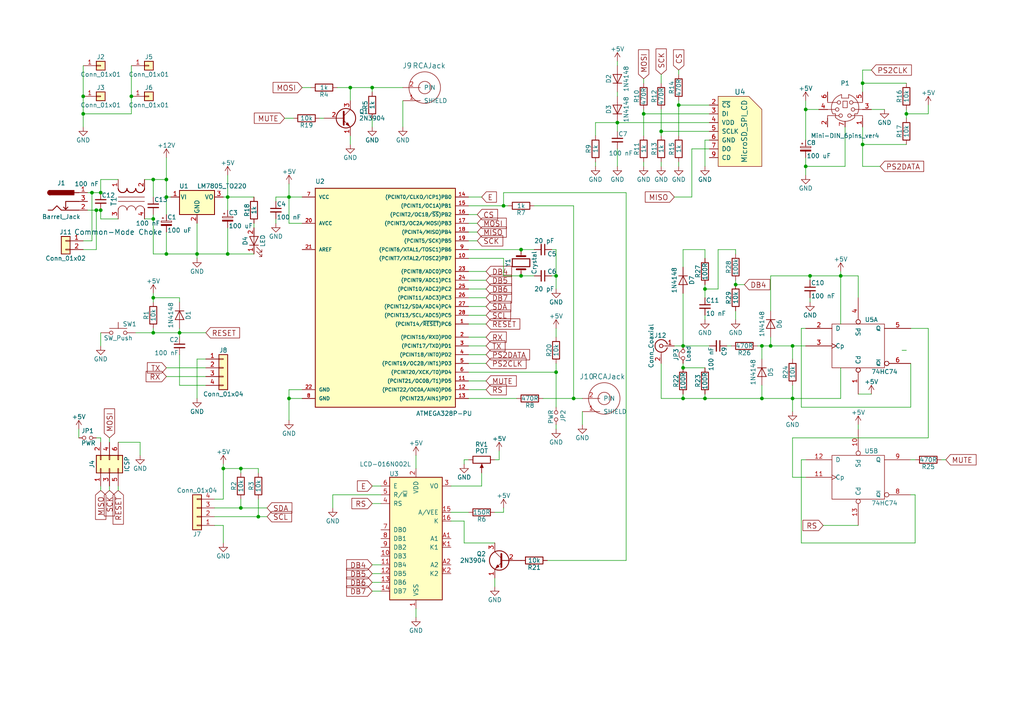
<source format=kicad_sch>
(kicad_sch (version 20211123) (generator eeschema)
  (paper "A4")
  (junction (at 179.07 35.56))
  (junction (at 66.04 73.66))
  (junction (at 186.69 33.02))
  (junction (at 83.82 57.15))
  (junction (at 198.12 100.33))
  (junction (at 52.07 96.52))
  (junction (at 229.87 100.33))
  (junction (at 107.95 25.4))
  (junction (at 29.21 60.96))
  (junction (at 220.98 115.57))
  (junction (at 233.68 31.75))
  (junction (at 223.52 100.33))
  (junction (at 204.47 115.57))
  (junction (at 250.19 41.91))
  (junction (at 161.29 107.95))
  (junction (at 166.37 115.57))
  (junction (at 191.77 38.1))
  (junction (at 29.21 55.88))
  (junction (at 48.26 52.07))
  (junction (at 146.05 59.69))
  (junction (at 38.1 27.94))
  (junction (at 233.68 48.26))
  (junction (at 74.93 149.86))
  (junction (at 220.98 100.33))
  (junction (at 24.13 33.02))
  (junction (at 64.77 135.89))
  (junction (at 161.29 80.01))
  (junction (at 198.12 115.57))
  (junction (at 234.95 80.01))
  (junction (at 101.6 25.4))
  (junction (at 24.13 27.94))
  (junction (at 204.47 83.82))
  (junction (at 151.13 80.01))
  (junction (at 151.13 72.39))
  (junction (at 66.04 57.15))
  (junction (at 196.85 30.48))
  (junction (at 48.26 57.15))
  (junction (at 243.84 80.01))
  (junction (at 69.85 147.32))
  (junction (at 250.19 24.13))
  (junction (at 57.15 73.66))
  (junction (at 48.26 73.66))
  (junction (at 83.82 115.57))
  (junction (at 44.45 86.36))
  (junction (at 44.45 96.52))
  (junction (at 27.94 60.96))
  (junction (at 44.45 63.5))
  (junction (at 229.87 115.57))
  (junction (at 69.85 135.89))
  (junction (at 213.36 82.55))
  (junction (at 26.67 55.88))
  (junction (at 262.89 33.02))
  (junction (at 44.45 52.07))
  (junction (at 198.12 106.68))
  (wire (pts (xy 74.93 149.86) (xy 77.47 149.86)))
  (wire (pts (xy 146.05 74.93) (xy 146.05 80.01)))
  (wire (pts (xy 48.26 52.07) (xy 48.26 57.15)))
  (wire (pts (xy 29.21 55.88) (xy 29.21 52.07)))
  (wire (pts (xy 223.52 80.01) (xy 223.52 90.17)))
  (wire (pts (xy 149.86 115.57) (xy 135.89 115.57)))
  (wire (pts (xy 229.87 115.57) (xy 243.84 115.57)))
  (wire (pts (xy 34.29 142.24) (xy 34.29 140.97)))
  (wire (pts (xy 120.65 179.07) (xy 120.65 176.53)))
  (wire (pts (xy 186.69 33.02) (xy 186.69 39.37)))
  (wire (pts (xy 204.47 83.82) (xy 204.47 86.36)))
  (wire (pts (xy 269.24 127) (xy 229.87 127)))
  (wire (pts (xy 146.05 148.59) (xy 143.51 148.59)))
  (wire (pts (xy 161.29 105.41) (xy 161.29 107.95)))
  (wire (pts (xy 48.26 57.15) (xy 48.26 62.23)))
  (wire (pts (xy 135.89 148.59) (xy 130.81 148.59)))
  (wire (pts (xy 64.77 135.89) (xy 69.85 135.89)))
  (wire (pts (xy 143.51 170.18) (xy 143.51 167.64)))
  (wire (pts (xy 166.37 115.57) (xy 168.91 115.57)))
  (wire (pts (xy 44.45 62.23) (xy 44.45 63.5)))
  (wire (pts (xy 44.45 52.07) (xy 48.26 52.07)))
  (wire (pts (xy 83.82 113.03) (xy 83.82 115.57)))
  (wire (pts (xy 138.43 69.85) (xy 135.89 69.85)))
  (wire (pts (xy 64.77 135.89) (xy 64.77 144.78)))
  (wire (pts (xy 110.49 163.83) (xy 107.95 163.83)))
  (wire (pts (xy 264.16 118.11) (xy 264.16 105.41)))
  (wire (pts (xy 265.43 133.35) (xy 264.16 133.35)))
  (wire (pts (xy 25.4 60.96) (xy 27.94 60.96)))
  (wire (pts (xy 52.07 95.25) (xy 52.07 96.52)))
  (wire (pts (xy 31.75 127) (xy 31.75 128.27)))
  (wire (pts (xy 83.82 57.15) (xy 87.63 57.15)))
  (wire (pts (xy 262.89 24.13) (xy 250.19 24.13)))
  (wire (pts (xy 29.21 96.52) (xy 29.21 100.33)))
  (wire (pts (xy 107.95 25.4) (xy 116.84 25.4)))
  (wire (pts (xy 243.84 80.01) (xy 248.92 80.01)))
  (wire (pts (xy 44.45 86.36) (xy 44.45 87.63)))
  (wire (pts (xy 44.45 57.15) (xy 44.45 52.07)))
  (wire (pts (xy 135.89 59.69) (xy 146.05 59.69)))
  (wire (pts (xy 198.12 77.47) (xy 198.12 72.39)))
  (wire (pts (xy 69.85 144.78) (xy 69.85 147.32)))
  (wire (pts (xy 90.17 25.4) (xy 87.63 25.4)))
  (wire (pts (xy 250.19 36.83) (xy 250.19 41.91)))
  (wire (pts (xy 44.45 86.36) (xy 52.07 86.36)))
  (wire (pts (xy 62.23 147.32) (xy 69.85 147.32)))
  (wire (pts (xy 26.67 55.88) (xy 29.21 55.88)))
  (wire (pts (xy 140.97 110.49) (xy 135.89 110.49)))
  (wire (pts (xy 83.82 57.15) (xy 83.82 64.77)))
  (wire (pts (xy 27.94 60.96) (xy 27.94 72.39)))
  (wire (pts (xy 232.41 133.35) (xy 233.68 133.35)))
  (wire (pts (xy 64.77 134.62) (xy 64.77 135.89)))
  (wire (pts (xy 44.45 73.66) (xy 48.26 73.66)))
  (wire (pts (xy 29.21 127) (xy 27.94 127)))
  (wire (pts (xy 66.04 50.8) (xy 66.04 57.15)))
  (wire (pts (xy 140.97 91.44) (xy 135.89 91.44)))
  (wire (pts (xy 24.13 27.94) (xy 24.13 33.02)))
  (wire (pts (xy 220.98 115.57) (xy 229.87 115.57)))
  (wire (pts (xy 204.47 106.68) (xy 198.12 106.68)))
  (wire (pts (xy 52.07 96.52) (xy 52.07 97.79)))
  (wire (pts (xy 223.52 100.33) (xy 223.52 97.79)))
  (wire (pts (xy 172.72 35.56) (xy 179.07 35.56)))
  (wire (pts (xy 181.61 55.88) (xy 181.61 162.56)))
  (wire (pts (xy 29.21 142.24) (xy 29.21 140.97)))
  (wire (pts (xy 130.81 151.13) (xy 134.62 151.13)))
  (wire (pts (xy 146.05 147.32) (xy 146.05 148.59)))
  (wire (pts (xy 146.05 55.88) (xy 181.61 55.88)))
  (wire (pts (xy 172.72 48.26) (xy 172.72 46.99)))
  (wire (pts (xy 135.89 74.93) (xy 146.05 74.93)))
  (wire (pts (xy 40.64 128.27) (xy 40.64 132.08)))
  (wire (pts (xy 161.29 107.95) (xy 161.29 118.11)))
  (wire (pts (xy 161.29 80.01) (xy 161.29 83.82)))
  (wire (pts (xy 87.63 115.57) (xy 83.82 115.57)))
  (wire (pts (xy 139.7 137.16) (xy 139.7 140.97)))
  (wire (pts (xy 151.13 72.39) (xy 154.94 72.39)))
  (wire (pts (xy 74.93 135.89) (xy 74.93 137.16)))
  (wire (pts (xy 200.66 57.15) (xy 195.58 57.15)))
  (wire (pts (xy 157.48 115.57) (xy 166.37 115.57)))
  (wire (pts (xy 57.15 115.57) (xy 57.15 104.14)))
  (wire (pts (xy 38.1 27.94) (xy 38.1 33.02)))
  (wire (pts (xy 40.64 128.27) (xy 34.29 128.27)))
  (wire (pts (xy 262.89 41.91) (xy 250.19 41.91)))
  (wire (pts (xy 66.04 73.66) (xy 66.04 66.04)))
  (wire (pts (xy 64.77 57.15) (xy 66.04 57.15)))
  (wire (pts (xy 204.47 115.57) (xy 204.47 114.3)))
  (wire (pts (xy 256.54 31.75) (xy 252.73 31.75)))
  (wire (pts (xy 181.61 162.56) (xy 158.75 162.56)))
  (wire (pts (xy 161.29 124.46) (xy 161.29 123.19)))
  (wire (pts (xy 101.6 25.4) (xy 107.95 25.4)))
  (wire (pts (xy 204.47 92.71) (xy 204.47 91.44)))
  (wire (pts (xy 134.62 134.62) (xy 134.62 133.35)))
  (wire (pts (xy 146.05 59.69) (xy 147.32 59.69)))
  (wire (pts (xy 38.1 19.05) (xy 38.1 27.94)))
  (wire (pts (xy 168.91 123.19) (xy 168.91 119.38)))
  (wire (pts (xy 229.87 138.43) (xy 233.68 138.43)))
  (wire (pts (xy 26.67 55.88) (xy 26.67 69.85)))
  (wire (pts (xy 38.1 33.02) (xy 24.13 33.02)))
  (wire (pts (xy 265.43 143.51) (xy 264.16 143.51)))
  (wire (pts (xy 66.04 57.15) (xy 73.66 57.15)))
  (wire (pts (xy 223.52 100.33) (xy 229.87 100.33)))
  (wire (pts (xy 29.21 52.07) (xy 34.29 52.07)))
  (wire (pts (xy 265.43 143.51) (xy 265.43 157.48)))
  (wire (pts (xy 83.82 64.77) (xy 87.63 64.77)))
  (wire (pts (xy 139.7 57.15) (xy 135.89 57.15)))
  (wire (pts (xy 80.01 64.77) (xy 80.01 63.5)))
  (wire (pts (xy 161.29 80.01) (xy 160.02 80.01)))
  (wire (pts (xy 154.94 59.69) (xy 166.37 59.69)))
  (wire (pts (xy 120.65 132.08) (xy 120.65 135.89)))
  (wire (pts (xy 248.92 80.01) (xy 248.92 86.36)))
  (wire (pts (xy 179.07 35.56) (xy 205.74 35.56)))
  (wire (pts (xy 166.37 59.69) (xy 166.37 115.57)))
  (wire (pts (xy 134.62 133.35) (xy 135.89 133.35)))
  (wire (pts (xy 83.82 113.03) (xy 87.63 113.03)))
  (wire (pts (xy 245.11 36.83) (xy 245.11 48.26)))
  (wire (pts (xy 29.21 60.96) (xy 29.21 63.5)))
  (wire (pts (xy 144.78 133.35) (xy 143.51 133.35)))
  (wire (pts (xy 172.72 39.37) (xy 172.72 35.56)))
  (wire (pts (xy 198.12 100.33) (xy 205.74 100.33)))
  (wire (pts (xy 27.94 60.96) (xy 29.21 60.96)))
  (wire (pts (xy 232.41 95.25) (xy 233.68 95.25)))
  (wire (pts (xy 233.68 50.8) (xy 233.68 48.26)))
  (wire (pts (xy 179.07 27.94) (xy 179.07 26.67)))
  (wire (pts (xy 232.41 118.11) (xy 232.41 95.25)))
  (wire (pts (xy 208.28 83.82) (xy 208.28 72.39)))
  (wire (pts (xy 69.85 135.89) (xy 74.93 135.89)))
  (wire (pts (xy 198.12 115.57) (xy 204.47 115.57)))
  (wire (pts (xy 135.89 83.82) (xy 140.97 83.82)))
  (wire (pts (xy 179.07 48.26) (xy 179.07 43.18)))
  (wire (pts (xy 198.12 114.3) (xy 198.12 115.57)))
  (wire (pts (xy 274.32 133.35) (xy 273.05 133.35)))
  (wire (pts (xy 140.97 88.9) (xy 135.89 88.9)))
  (wire (pts (xy 52.07 111.76) (xy 59.69 111.76)))
  (wire (pts (xy 212.09 100.33) (xy 210.82 100.33)))
  (wire (pts (xy 139.7 140.97) (xy 130.81 140.97)))
  (wire (pts (xy 179.07 35.56) (xy 179.07 38.1)))
  (wire (pts (xy 196.85 29.21) (xy 196.85 30.48)))
  (wire (pts (xy 52.07 102.87) (xy 52.07 111.76)))
  (wire (pts (xy 107.95 36.83) (xy 107.95 34.29)))
  (wire (pts (xy 213.36 92.71) (xy 213.36 90.17)))
  (wire (pts (xy 250.19 48.26) (xy 255.27 48.26)))
  (wire (pts (xy 229.87 100.33) (xy 233.68 100.33)))
  (wire (pts (xy 62.23 149.86) (xy 74.93 149.86)))
  (wire (pts (xy 269.24 33.02) (xy 262.89 33.02)))
  (wire (pts (xy 195.58 100.33) (xy 198.12 100.33)))
  (wire (pts (xy 48.26 109.22) (xy 59.69 109.22)))
  (wire (pts (xy 52.07 86.36) (xy 52.07 87.63)))
  (wire (pts (xy 135.89 113.03) (xy 140.97 113.03)))
  (wire (pts (xy 24.13 19.05) (xy 24.13 27.94)))
  (wire (pts (xy 64.77 144.78) (xy 62.23 144.78)))
  (wire (pts (xy 64.77 157.48) (xy 64.77 152.4)))
  (wire (pts (xy 269.24 30.48) (xy 269.24 33.02)))
  (wire (pts (xy 69.85 137.16) (xy 69.85 135.89)))
  (wire (pts (xy 66.04 73.66) (xy 73.66 73.66)))
  (wire (pts (xy 101.6 29.21) (xy 101.6 25.4)))
  (wire (pts (xy 243.84 80.01) (xy 243.84 93.98)))
  (wire (pts (xy 110.49 146.05) (xy 107.95 146.05)))
  (wire (pts (xy 234.95 87.63) (xy 234.95 86.36)))
  (wire (pts (xy 186.69 48.26) (xy 186.69 46.99)))
  (wire (pts (xy 138.43 62.23) (xy 135.89 62.23)))
  (wire (pts (xy 52.07 96.52) (xy 59.69 96.52)))
  (wire (pts (xy 204.47 40.64) (xy 205.74 40.64)))
  (wire (pts (xy 134.62 157.48) (xy 143.51 157.48)))
  (wire (pts (xy 229.87 111.76) (xy 229.87 115.57)))
  (wire (pts (xy 219.71 100.33) (xy 220.98 100.33)))
  (wire (pts (xy 80.01 58.42) (xy 80.01 57.15)))
  (wire (pts (xy 140.97 100.33) (xy 135.89 100.33)))
  (wire (pts (xy 264.16 95.25) (xy 269.24 95.25)))
  (wire (pts (xy 27.94 72.39) (xy 24.13 72.39)))
  (wire (pts (xy 44.45 63.5) (xy 41.91 63.5)))
  (wire (pts (xy 83.82 53.34) (xy 83.82 57.15)))
  (wire (pts (xy 83.82 115.57) (xy 83.82 121.92)))
  (wire (pts (xy 213.36 72.39) (xy 213.36 73.66)))
  (wire (pts (xy 205.74 30.48) (xy 196.85 30.48)))
  (wire (pts (xy 107.95 140.97) (xy 110.49 140.97)))
  (wire (pts (xy 232.41 157.48) (xy 232.41 133.35)))
  (wire (pts (xy 262.89 33.02) (xy 262.89 34.29)))
  (wire (pts (xy 191.77 115.57) (xy 191.77 105.41)))
  (wire (pts (xy 252.73 20.32) (xy 250.19 20.32)))
  (wire (pts (xy 215.9 82.55) (xy 213.36 82.55)))
  (wire (pts (xy 261.62 101.6) (xy 262.89 101.6)))
  (wire (pts (xy 186.69 22.86) (xy 186.69 24.13)))
  (wire (pts (xy 110.49 168.91) (xy 107.95 168.91)))
  (wire (pts (xy 198.12 106.68) (xy 198.12 105.41)))
  (wire (pts (xy 191.77 38.1) (xy 191.77 39.37)))
  (wire (pts (xy 41.91 52.07) (xy 44.45 52.07)))
  (wire (pts (xy 140.97 86.36) (xy 135.89 86.36)))
  (wire (pts (xy 233.68 31.75) (xy 237.49 31.75)))
  (wire (pts (xy 243.84 115.57) (xy 243.84 106.68)))
  (wire (pts (xy 220.98 100.33) (xy 223.52 100.33)))
  (wire (pts (xy 97.79 25.4) (xy 101.6 25.4)))
  (wire (pts (xy 252.73 114.3) (xy 248.92 114.3)))
  (wire (pts (xy 223.52 80.01) (xy 234.95 80.01)))
  (wire (pts (xy 229.87 127) (xy 229.87 138.43)))
  (wire (pts (xy 204.47 48.26) (xy 204.47 40.64)))
  (wire (pts (xy 250.19 41.91) (xy 250.19 48.26)))
  (wire (pts (xy 85.09 34.29) (xy 82.55 34.29)))
  (wire (pts (xy 232.41 118.11) (xy 264.16 118.11)))
  (wire (pts (xy 200.66 43.18) (xy 200.66 57.15)))
  (wire (pts (xy 96.52 147.32) (xy 96.52 143.51)))
  (wire (pts (xy 44.45 96.52) (xy 52.07 96.52)))
  (wire (pts (xy 191.77 48.26) (xy 191.77 46.99)))
  (wire (pts (xy 146.05 80.01) (xy 151.13 80.01)))
  (wire (pts (xy 80.01 57.15) (xy 83.82 57.15)))
  (wire (pts (xy 179.07 17.78) (xy 179.07 19.05)))
  (wire (pts (xy 161.29 72.39) (xy 161.29 80.01)))
  (wire (pts (xy 233.68 48.26) (xy 233.68 45.72)))
  (wire (pts (xy 73.66 66.04) (xy 73.66 64.77)))
  (wire (pts (xy 233.68 31.75) (xy 233.68 40.64)))
  (wire (pts (xy 196.85 48.26) (xy 196.85 46.99)))
  (wire (pts (xy 74.93 144.78) (xy 74.93 149.86)))
  (wire (pts (xy 205.74 33.02) (xy 186.69 33.02)))
  (wire (pts (xy 245.11 48.26) (xy 233.68 48.26)))
  (wire (pts (xy 101.6 41.91) (xy 101.6 39.37)))
  (wire (pts (xy 144.78 130.81) (xy 144.78 133.35)))
  (wire (pts (xy 234.95 80.01) (xy 243.84 80.01)))
  (wire (pts (xy 213.36 82.55) (xy 213.36 81.28)))
  (wire (pts (xy 66.04 57.15) (xy 66.04 60.96)))
  (wire (pts (xy 248.92 123.19) (xy 248.92 124.46)))
  (wire (pts (xy 265.43 157.48) (xy 232.41 157.48)))
  (wire (pts (xy 191.77 31.75) (xy 191.77 38.1)))
  (wire (pts (xy 204.47 82.55) (xy 204.47 83.82)))
  (wire (pts (xy 229.87 100.33) (xy 229.87 104.14)))
  (wire (pts (xy 57.15 64.77) (xy 57.15 73.66)))
  (wire (pts (xy 140.97 105.41) (xy 135.89 105.41)))
  (wire (pts (xy 44.45 95.25) (xy 44.45 96.52)))
  (wire (pts (xy 208.28 72.39) (xy 213.36 72.39)))
  (wire (pts (xy 64.77 152.4) (xy 62.23 152.4)))
  (wire (pts (xy 140.97 93.98) (xy 135.89 93.98)))
  (wire (pts (xy 48.26 67.31) (xy 48.26 73.66)))
  (wire (pts (xy 196.85 30.48) (xy 196.85 39.37)))
  (wire (pts (xy 234.95 80.01) (xy 234.95 81.28)))
  (wire (pts (xy 24.13 33.02) (xy 24.13 36.83)))
  (wire (pts (xy 198.12 85.09) (xy 198.12 100.33)))
  (wire (pts (xy 191.77 115.57) (xy 198.12 115.57)))
  (wire (pts (xy 31.75 142.24) (xy 31.75 140.97)))
  (wire (pts (xy 96.52 143.51) (xy 110.49 143.51)))
  (wire (pts (xy 186.69 31.75) (xy 186.69 33.02)))
  (wire (pts (xy 25.4 55.88) (xy 26.67 55.88)))
  (wire (pts (xy 250.19 24.13) (xy 250.19 26.67)))
  (wire (pts (xy 161.29 107.95) (xy 135.89 107.95)))
  (wire (pts (xy 140.97 81.28) (xy 135.89 81.28)))
  (wire (pts (xy 160.02 72.39) (xy 161.29 72.39)))
  (wire (pts (xy 151.13 80.01) (xy 154.94 80.01)))
  (wire (pts (xy 198.12 72.39) (xy 204.47 72.39)))
  (wire (pts (xy 69.85 147.32) (xy 77.47 147.32)))
  (wire (pts (xy 191.77 24.13) (xy 191.77 21.59)))
  (wire (pts (xy 134.62 151.13) (xy 134.62 157.48)))
  (wire (pts (xy 220.98 115.57) (xy 220.98 111.76)))
  (wire (pts (xy 229.87 115.57) (xy 229.87 119.38)))
  (wire (pts (xy 161.29 95.25) (xy 161.29 97.79)))
  (wire (pts (xy 22.86 124.46) (xy 22.86 127)))
  (wire (pts (xy 57.15 104.14) (xy 59.69 104.14)))
  (wire (pts (xy 233.68 29.21) (xy 233.68 31.75)))
  (wire (pts (xy 110.49 171.45) (xy 107.95 171.45)))
  (wire (pts (xy 48.26 106.68) (xy 59.69 106.68)))
  (wire (pts (xy 204.47 115.57) (xy 220.98 115.57)))
  (wire (pts (xy 48.26 45.72) (xy 48.26 52.07)))
  (wire (pts (xy 44.45 63.5) (xy 44.45 73.66)))
  (wire (pts (xy 146.05 59.69) (xy 146.05 55.88)))
  (wire (pts (xy 116.84 36.83) (xy 116.84 29.21)))
  (wire (pts (xy 48.26 57.15) (xy 49.53 57.15)))
  (wire (pts (xy 26.67 69.85) (xy 24.13 69.85)))
  (wire (pts (xy 243.84 78.74) (xy 243.84 80.01)))
  (wire (pts (xy 205.74 43.18) (xy 200.66 43.18)))
  (wire (pts (xy 196.85 21.59) (xy 196.85 20.32)))
  (wire (pts (xy 191.77 38.1) (xy 205.74 38.1)))
  (wire (pts (xy 57.15 73.66) (xy 66.04 73.66)))
  (wire (pts (xy 107.95 25.4) (xy 107.95 26.67)))
  (wire (pts (xy 135.89 72.39) (xy 151.13 72.39)))
  (wire (pts (xy 140.97 102.87) (xy 135.89 102.87)))
  (wire (pts (xy 138.43 67.31) (xy 135.89 67.31)))
  (wire (pts (xy 39.37 96.52) (xy 44.45 96.52)))
  (wire (pts (xy 29.21 63.5) (xy 34.29 63.5)))
  (wire (pts (xy 44.45 85.09) (xy 44.45 86.36)))
  (wire (pts (xy 110.49 166.37) (xy 107.95 166.37)))
  (wire (pts (xy 250.19 20.32) (xy 250.19 24.13)))
  (wire (pts (xy 204.47 72.39) (xy 204.47 74.93)))
  (wire (pts (xy 140.97 78.74) (xy 135.89 78.74)))
  (wire (pts (xy 93.98 34.29) (xy 92.71 34.29)))
  (wire (pts (xy 57.15 73.66) (xy 57.15 74.93)))
  (wire (pts (xy 135.89 97.79) (xy 140.97 97.79)))
  (wire (pts (xy 220.98 100.33) (xy 220.98 104.14)))
  (wire (pts (xy 29.21 127) (xy 29.21 128.27)))
  (wire (pts (xy 262.89 31.75) (xy 262.89 33.02)))
  (wire (pts (xy 269.24 95.25) (xy 269.24 127)))
  (wire (pts (xy 138.43 64.77) (xy 135.89 64.77)))
  (wire (pts (xy 204.47 83.82) (xy 208.28 83.82)))
  (wire (pts (xy 238.76 152.4) (xy 248.92 152.4)))
  (wire (pts (xy 48.26 73.66) (xy 57.15 73.66)))
  (global_label "CS" (shape input) (at 196.85 20.32 90) (effects (font (size 1.524 1.524))) (property "Intersheet References" "${INTERSHEET_REFS}" (effects hide)))
  (global_label "SCK" (shape input) (at 191.77 21.59 90) (effects (font (size 1.524 1.524))) (property "Intersheet References" "${INTERSHEET_REFS}" (effects hide)))
  (global_label "DB4" (shape input) (at 140.97 78.74 0) (effects (font (size 1.524 1.524))) (property "Intersheet References" "${INTERSHEET_REFS}" (effects hide)))
  (global_label "MOSI" (shape input) (at 138.43 64.77 0) (effects (font (size 1.524 1.524))) (property "Intersheet References" "${INTERSHEET_REFS}" (effects hide)))
  (global_label "TX" (shape input) (at 140.97 100.33 0) (effects (font (size 1.524 1.524))) (property "Intersheet References" "${INTERSHEET_REFS}" (effects hide)))
  (global_label "DB7" (shape input) (at 140.97 86.36 0) (effects (font (size 1.524 1.524))) (property "Intersheet References" "${INTERSHEET_REFS}" (effects hide)))
  (global_label "TX" (shape input) (at 48.26 106.68 180) (effects (font (size 1.524 1.524))) (property "Intersheet References" "${INTERSHEET_REFS}" (effects hide)))
  (global_label "SCL" (shape input) (at 140.97 91.44 0) (effects (font (size 1.524 1.524))) (property "Intersheet References" "${INTERSHEET_REFS}" (effects hide)))
  (global_label "PS2CLK" (shape input) (at 252.73 20.32 0) (effects (font (size 1.524 1.524))) (property "Intersheet References" "${INTERSHEET_REFS}" (effects hide)))
  (global_label "E" (shape input) (at 107.95 140.97 180) (effects (font (size 1.524 1.524))) (property "Intersheet References" "${INTERSHEET_REFS}" (effects hide)))
  (global_label "PS2DATA" (shape input) (at 255.27 48.26 0) (effects (font (size 1.524 1.524))) (property "Intersheet References" "${INTERSHEET_REFS}" (effects hide)))
  (global_label "MUTE" (shape input) (at 82.55 34.29 180) (effects (font (size 1.524 1.524))) (property "Intersheet References" "${INTERSHEET_REFS}" (effects hide)))
  (global_label "RESET" (shape input) (at 34.29 142.24 270) (effects (font (size 1.524 1.524))) (property "Intersheet References" "${INTERSHEET_REFS}" (effects hide)))
  (global_label "DB5" (shape input) (at 107.95 166.37 180) (effects (font (size 1.524 1.524))) (property "Intersheet References" "${INTERSHEET_REFS}" (effects hide)))
  (global_label "RX" (shape input) (at 48.26 109.22 180) (effects (font (size 1.524 1.524))) (property "Intersheet References" "${INTERSHEET_REFS}" (effects hide)))
  (global_label "DB6" (shape input) (at 140.97 83.82 0) (effects (font (size 1.524 1.524))) (property "Intersheet References" "${INTERSHEET_REFS}" (effects hide)))
  (global_label "MISO" (shape input) (at 138.43 67.31 0) (effects (font (size 1.524 1.524))) (property "Intersheet References" "${INTERSHEET_REFS}" (effects hide)))
  (global_label "SDA" (shape input) (at 140.97 88.9 0) (effects (font (size 1.524 1.524))) (property "Intersheet References" "${INTERSHEET_REFS}" (effects hide)))
  (global_label "MOSI" (shape input) (at 186.69 22.86 90) (effects (font (size 1.524 1.524))) (property "Intersheet References" "${INTERSHEET_REFS}" (effects hide)))
  (global_label "MISO" (shape input) (at 195.58 57.15 180) (effects (font (size 1.524 1.524))) (property "Intersheet References" "${INTERSHEET_REFS}" (effects hide)))
  (global_label "RX" (shape input) (at 140.97 97.79 0) (effects (font (size 1.524 1.524))) (property "Intersheet References" "${INTERSHEET_REFS}" (effects hide)))
  (global_label "RESET" (shape input) (at 59.69 96.52 0) (effects (font (size 1.524 1.524))) (property "Intersheet References" "${INTERSHEET_REFS}" (effects hide)))
  (global_label "RS" (shape input) (at 238.76 152.4 180) (effects (font (size 1.524 1.524))) (property "Intersheet References" "${INTERSHEET_REFS}" (effects hide)))
  (global_label "SDA" (shape input) (at 77.47 147.32 0) (effects (font (size 1.524 1.524))) (property "Intersheet References" "${INTERSHEET_REFS}" (effects hide)))
  (global_label "RESET" (shape input) (at 140.97 93.98 0) (effects (font (size 1.524 1.524))) (property "Intersheet References" "${INTERSHEET_REFS}" (effects hide)))
  (global_label "MISO" (shape input) (at 29.21 142.24 270) (effects (font (size 1.524 1.524))) (property "Intersheet References" "${INTERSHEET_REFS}" (effects hide)))
  (global_label "RS" (shape input) (at 107.95 146.05 180) (effects (font (size 1.524 1.524))) (property "Intersheet References" "${INTERSHEET_REFS}" (effects hide)))
  (global_label "PS2DATA" (shape input) (at 140.97 102.87 0) (effects (font (size 1.524 1.524))) (property "Intersheet References" "${INTERSHEET_REFS}" (effects hide)))
  (global_label "SCK" (shape input) (at 31.75 142.24 270) (effects (font (size 1.524 1.524))) (property "Intersheet References" "${INTERSHEET_REFS}" (effects hide)))
  (global_label "E" (shape input) (at 139.7 57.15 0) (effects (font (size 1.524 1.524))) (property "Intersheet References" "${INTERSHEET_REFS}" (effects hide)))
  (global_label "SCK" (shape input) (at 138.43 69.85 0) (effects (font (size 1.524 1.524))) (property "Intersheet References" "${INTERSHEET_REFS}" (effects hide)))
  (global_label "MUTE" (shape input) (at 140.97 110.49 0) (effects (font (size 1.524 1.524))) (property "Intersheet References" "${INTERSHEET_REFS}" (effects hide)))
  (global_label "MUTE" (shape input) (at 274.32 133.35 0) (effects (font (size 1.524 1.524))) (property "Intersheet References" "${INTERSHEET_REFS}" (effects hide)))
  (global_label "DB4" (shape input) (at 107.95 163.83 180) (effects (font (size 1.524 1.524))) (property "Intersheet References" "${INTERSHEET_REFS}" (effects hide)))
  (global_label "SCL" (shape input) (at 77.47 149.86 0) (effects (font (size 1.524 1.524))) (property "Intersheet References" "${INTERSHEET_REFS}" (effects hide)))
  (global_label "DB6" (shape input) (at 107.95 168.91 180) (effects (font (size 1.524 1.524))) (property "Intersheet References" "${INTERSHEET_REFS}" (effects hide)))
  (global_label "DB5" (shape input) (at 140.97 81.28 0) (effects (font (size 1.524 1.524))) (property "Intersheet References" "${INTERSHEET_REFS}" (effects hide)))
  (global_label "RS" (shape input) (at 140.97 113.03 0) (effects (font (size 1.524 1.524))) (property "Intersheet References" "${INTERSHEET_REFS}" (effects hide)))
  (global_label "DB7" (shape input) (at 107.95 171.45 180) (effects (font (size 1.524 1.524))) (property "Intersheet References" "${INTERSHEET_REFS}" (effects hide)))
  (global_label "MOSI" (shape input) (at 31.75 127 90) (effects (font (size 1.524 1.524))) (property "Intersheet References" "${INTERSHEET_REFS}" (effects hide)))
  (global_label "DB4" (shape input) (at 215.9 82.55 0) (effects (font (size 1.524 1.524))) (property "Intersheet References" "${INTERSHEET_REFS}" (effects hide)))
  (global_label "MOSI" (shape input) (at 87.63 25.4 180) (effects (font (size 1.524 1.524))) (property "Intersheet References" "${INTERSHEET_REFS}" (effects hide)))
  (global_label "CS" (shape input) (at 138.43 62.23 0) (effects (font (size 1.524 1.524))) (property "Intersheet References" "${INTERSHEET_REFS}" (effects hide)))
  (global_label "PS2CLK" (shape input) (at 140.97 105.41 0) (effects (font (size 1.524 1.524))) (property "Intersheet References" "${INTERSHEET_REFS}" (effects hide)))
  (symbol (lib_id "PortableTerminal-rescue:ATMEGA328P-PU") (at 110.49 85.09 0) (unit 1)
    (property "Reference" "U2" (at 91.44 53.34 0) (effects (justify left bottom)))
    (property "Value" "ATMEGA328P-PU" (at 120.65 120.65 0) (effects (justify left bottom)))
    (property "Footprint" "Housings_DIP:DIP-28_W7.62mm_Socket" (effects hide))
  )
  (symbol (lib_id "PortableTerminal-rescue:LM7805_TO220") (at 57.15 57.15 0) (unit 1)
    (property "Reference" "U1" (at 53.34 53.975 0))
    (property "Value" "LM7805_TO220" (at 57.15 53.975 0) (effects (justify left)))
    (property "Footprint" "TO_SOT_Packages_THT:TO-220-3_Vertical" (effects hide))
  )
  (symbol (lib_id "PortableTerminal-rescue:GND") (at 83.82 121.92 0) (unit 1)
    (property "Reference" "#PWR014" (effects hide))
    (property "Value" "GND" (at 83.82 125.73 0))
  )
  (symbol (lib_id "PortableTerminal-rescue:GND") (at 57.15 74.93 0) (unit 1)
    (property "Reference" "#PWR07" (effects hide))
    (property "Value" "GND" (at 57.15 78.74 0))
  )
  (symbol (lib_id "PortableTerminal-rescue:+5V") (at 66.04 50.8 0) (unit 1)
    (property "Reference" "#PWR011" (effects hide))
    (property "Value" "+5V" (at 66.04 47.244 0))
  )
  (symbol (lib_id "PortableTerminal-rescue:CP_Small") (at 66.04 63.5 0) (unit 1)
    (property "Reference" "C3" (at 66.294 61.722 0) (effects (justify left)))
    (property "Value" "100 uF" (at 66.294 65.532 0) (effects (justify left)))
    (property "Footprint" "Capacitors_THT:CP_Radial_D5.0mm_P2.50mm" (effects hide))
  )
  (symbol (lib_id "PortableTerminal-rescue:CP_Small") (at 48.26 64.77 0) (unit 1)
    (property "Reference" "C1" (at 48.514 62.992 0) (effects (justify left)))
    (property "Value" "100 uF" (at 48.514 66.802 0) (effects (justify left)))
    (property "Footprint" "Capacitors_THT:CP_Radial_D5.0mm_P2.50mm" (effects hide))
  )
  (symbol (lib_id "PortableTerminal-rescue:+12V") (at 48.26 45.72 0) (unit 1)
    (property "Reference" "#PWR06" (effects hide))
    (property "Value" "+12V" (at 48.26 42.164 0))
  )
  (symbol (lib_id "PortableTerminal-rescue:Barrel_Jack") (at 17.78 58.42 0) (unit 1)
    (property "Reference" "J1" (at 17.78 53.086 0))
    (property "Value" "Barrel_Jack" (at 17.78 62.865 0))
    (property "Footprint" "Connectors:BARREL_JACK" (effects hide))
  )
  (symbol (lib_id "PortableTerminal-rescue:+5V") (at 83.82 53.34 0) (unit 1)
    (property "Reference" "#PWR013" (effects hide))
    (property "Value" "+5V" (at 83.82 49.784 0))
  )
  (symbol (lib_id "PortableTerminal-rescue:C_Small") (at 80.01 60.96 0) (unit 1)
    (property "Reference" "C4" (at 80.264 59.182 0) (effects (justify left)))
    (property "Value" "100 nF" (at 80.264 62.992 0) (effects (justify left)))
    (property "Footprint" "Capacitors_THT:C_Disc_D5.0mm_W2.5mm_P2.50mm" (effects hide))
  )
  (symbol (lib_id "PortableTerminal-rescue:GND") (at 80.01 64.77 0) (unit 1)
    (property "Reference" "#PWR012" (effects hide))
    (property "Value" "GND" (at 80.01 68.58 0))
  )
  (symbol (lib_id "PortableTerminal-rescue:R") (at 151.13 59.69 270) (unit 1)
    (property "Reference" "R7" (at 151.13 61.722 90))
    (property "Value" "1k" (at 151.13 59.69 90))
    (property "Footprint" "Resistors_THT:R_Axial_DIN0207_L6.3mm_D2.5mm_P7.62mm_Horizontal" (effects hide))
  )
  (symbol (lib_id "PortableTerminal-rescue:R") (at 153.67 115.57 270) (unit 1)
    (property "Reference" "R8" (at 153.67 117.602 90))
    (property "Value" "470R" (at 153.67 115.57 90))
    (property "Footprint" "Resistors_THT:R_Axial_DIN0207_L6.3mm_D2.5mm_P7.62mm_Horizontal" (effects hide))
  )
  (symbol (lib_id "rcajack:RCAJack") (at 176.53 110.49 0) (mirror y) (unit 1)
    (property "Reference" "J10" (at 170.18 109.22 0) (effects (font (size 1.524 1.524))))
    (property "Value" "RCAJack" (at 176.53 109.22 0) (effects (font (size 1.524 1.524))))
    (property "Footprint" "PortableTerminal:RCAConnectorCommon" (effects hide))
  )
  (symbol (lib_id "PortableTerminal-rescue:GND") (at 168.91 123.19 0) (unit 1)
    (property "Reference" "#PWR028" (effects hide))
    (property "Value" "GND" (at 168.91 127 0))
  )
  (symbol (lib_id "PortableTerminal-rescue:R") (at 93.98 25.4 270) (unit 1)
    (property "Reference" "R4" (at 93.98 27.432 90))
    (property "Value" "1k" (at 93.98 25.4 90))
    (property "Footprint" "Resistors_THT:R_Axial_DIN0207_L6.3mm_D2.5mm_P7.62mm_Horizontal" (effects hide))
  )
  (symbol (lib_id "PortableTerminal-rescue:R") (at 107.95 30.48 180) (unit 1)
    (property "Reference" "R5" (at 105.918 30.48 90))
    (property "Value" "1k" (at 107.95 30.48 90))
    (property "Footprint" "Resistors_THT:R_Axial_DIN0207_L6.3mm_D2.5mm_P7.62mm_Horizontal" (effects hide))
  )
  (symbol (lib_id "PortableTerminal-rescue:GND") (at 107.95 36.83 0) (unit 1)
    (property "Reference" "#PWR017" (effects hide))
    (property "Value" "GND" (at 107.95 40.64 0))
  )
  (symbol (lib_id "rcajack:RCAJack") (at 124.46 20.32 0) (mirror y) (unit 1)
    (property "Reference" "J9" (at 118.11 19.05 0) (effects (font (size 1.524 1.524))))
    (property "Value" "RCAJack" (at 124.46 19.05 0) (effects (font (size 1.524 1.524))))
    (property "Footprint" "PortableTerminal:RCAConnectorCommon" (effects hide))
  )
  (symbol (lib_id "PortableTerminal-rescue:GND") (at 116.84 36.83 0) (unit 1)
    (property "Reference" "#PWR018" (effects hide))
    (property "Value" "GND" (at 116.84 40.64 0))
  )
  (symbol (lib_id "PortableTerminal-rescue:Crystal") (at 151.13 76.2 90) (unit 1)
    (property "Reference" "Y1" (at 147.32 76.2 0))
    (property "Value" "Crystal" (at 154.94 76.2 0))
    (property "Footprint" "Crystals:Crystal_HC49-U_Vertical" (effects hide))
  )
  (symbol (lib_id "PortableTerminal-rescue:C_Small") (at 157.48 80.01 270) (unit 1)
    (property "Reference" "C6" (at 158.75 78.74 90) (effects (justify left)))
    (property "Value" "20 pF" (at 154.94 83.82 90) (effects (justify left)))
    (property "Footprint" "Capacitors_THT:C_Disc_D5.0mm_W2.5mm_P5.00mm" (effects hide))
  )
  (symbol (lib_id "PortableTerminal-rescue:C_Small") (at 157.48 72.39 270) (unit 1)
    (property "Reference" "C5" (at 158.75 73.66 90) (effects (justify left)))
    (property "Value" "20 pF" (at 154.94 69.85 90) (effects (justify left)))
    (property "Footprint" "Capacitors_THT:C_Disc_D5.0mm_W2.5mm_P5.00mm" (effects hide))
  )
  (symbol (lib_id "PortableTerminal-rescue:GND") (at 161.29 83.82 0) (unit 1)
    (property "Reference" "#PWR025" (effects hide))
    (property "Value" "GND" (at 161.29 87.63 0))
  )
  (symbol (lib_id "PortableTerminal-rescue:Conn_01x04") (at 64.77 106.68 0) (unit 1)
    (property "Reference" "J8" (at 64.77 101.6 0))
    (property "Value" "Conn_01x04" (at 64.77 114.3 0))
    (property "Footprint" "Pin_Headers:Pin_Header_Straight_1x04_Pitch2.54mm" (effects hide))
  )
  (symbol (lib_id "PortableTerminal-rescue:GND") (at 57.15 115.57 0) (unit 1)
    (property "Reference" "#PWR08" (effects hide))
    (property "Value" "GND" (at 57.15 119.38 0))
  )
  (symbol (lib_id "PortableTerminal-rescue:D") (at 52.07 91.44 270) (unit 1)
    (property "Reference" "D1" (at 54.61 91.44 0))
    (property "Value" "1N4148" (at 49.53 91.44 0))
    (property "Footprint" "Diodes_THT:D_DO-35_SOD27_P7.62mm_Horizontal" (effects hide))
  )
  (symbol (lib_id "PortableTerminal-rescue:C_Small") (at 52.07 100.33 0) (mirror y) (unit 1)
    (property "Reference" "C2" (at 51.816 98.552 0) (effects (justify left)))
    (property "Value" "100 nF" (at 51.816 102.362 0) (effects (justify left)))
    (property "Footprint" "Capacitors_THT:C_Disc_D5.0mm_W2.5mm_P2.50mm" (effects hide))
  )
  (symbol (lib_id "PortableTerminal-rescue:R") (at 44.45 91.44 180) (unit 1)
    (property "Reference" "R1" (at 42.418 91.44 90))
    (property "Value" "10k" (at 44.45 91.44 90))
    (property "Footprint" "Resistors_THT:R_Axial_DIN0207_L6.3mm_D2.5mm_P7.62mm_Horizontal" (effects hide))
  )
  (symbol (lib_id "PortableTerminal-rescue:+5V") (at 44.45 85.09 0) (unit 1)
    (property "Reference" "#PWR05" (effects hide))
    (property "Value" "+5V" (at 44.45 81.534 0))
  )
  (symbol (lib_id "PortableTerminal-rescue:SW_Push") (at 34.29 96.52 0) (unit 1)
    (property "Reference" "SW1" (at 35.56 93.98 0) (effects (justify left)))
    (property "Value" "SW_Push" (at 34.29 98.044 0))
    (property "Footprint" "Buttons_Switches_THT:SW_PUSH_6mm" (effects hide))
  )
  (symbol (lib_id "PortableTerminal-rescue:GND") (at 29.21 100.33 0) (unit 1)
    (property "Reference" "#PWR03" (effects hide))
    (property "Value" "GND" (at 29.21 104.14 0))
  )
  (symbol (lib_id "PortableTerminal-rescue:Conn_02x03_Odd_Even") (at 31.75 135.89 90) (unit 1)
    (property "Reference" "J4" (at 26.67 134.62 0))
    (property "Value" "ICSP" (at 36.83 134.62 0))
    (property "Footprint" "Pin_Headers:Pin_Header_Straight_2x03_Pitch2.54mm" (effects hide))
  )
  (symbol (lib_id "PortableTerminal-rescue:GND") (at 40.64 132.08 0) (unit 1)
    (property "Reference" "#PWR04" (effects hide))
    (property "Value" "GND" (at 40.64 135.89 0))
  )
  (symbol (lib_id "PortableTerminal-rescue:+5V") (at 22.86 124.46 0) (unit 1)
    (property "Reference" "#PWR01" (effects hide))
    (property "Value" "+5V" (at 22.86 120.904 0))
  )
  (symbol (lib_id "PortableTerminal-rescue:Jumper_NO_Small") (at 25.4 127 0) (unit 1)
    (property "Reference" "JP1" (at 25.4 124.968 0))
    (property "Value" "PWR" (at 25.654 128.524 0))
    (property "Footprint" "Pin_Headers:Pin_Header_Straight_1x02_Pitch2.54mm" (effects hide))
  )
  (symbol (lib_id "microsd_spi_cd:MicroSD_SPI_CD") (at 214.63 38.1 0) (mirror y) (unit 1)
    (property "Reference" "U4" (at 214.63 26.67 0) (effects (font (size 1.524 1.524))))
    (property "Value" "MicroSD_SPI_CD" (at 215.9 38.1 90) (effects (font (size 1.524 1.524))))
    (property "Footprint" "PortableTerminal:GCT-MEM2055-00-190-01-A" (effects hide))
  )
  (symbol (lib_id "PortableTerminal-rescue:R") (at 172.72 43.18 180) (unit 1)
    (property "Reference" "R9" (at 170.688 43.18 90))
    (property "Value" "1k" (at 172.72 43.18 90))
    (property "Footprint" "Resistors_THT:R_Axial_DIN0207_L6.3mm_D2.5mm_P7.62mm_Horizontal" (effects hide))
  )
  (symbol (lib_id "PortableTerminal-rescue:D") (at 179.07 22.86 90) (unit 1)
    (property "Reference" "D2" (at 176.53 22.86 0))
    (property "Value" "1N4148" (at 181.61 22.86 0))
    (property "Footprint" "Diodes_THT:D_DO-35_SOD27_P7.62mm_Horizontal" (effects hide))
  )
  (symbol (lib_id "PortableTerminal-rescue:D") (at 179.07 31.75 90) (unit 1)
    (property "Reference" "D3" (at 176.53 31.75 0))
    (property "Value" "1N4148" (at 181.61 31.75 0))
    (property "Footprint" "Diodes_THT:D_DO-35_SOD27_P7.62mm_Horizontal" (effects hide))
  )
  (symbol (lib_id "PortableTerminal-rescue:C_Small") (at 179.07 40.64 0) (unit 1)
    (property "Reference" "C7" (at 179.324 38.862 0) (effects (justify left)))
    (property "Value" "100 nF" (at 176.53 44.45 0) (effects (justify left)))
    (property "Footprint" "Capacitors_THT:C_Disc_D5.0mm_W2.5mm_P2.50mm" (effects hide))
  )
  (symbol (lib_id "PortableTerminal-rescue:GND") (at 179.07 48.26 0) (unit 1)
    (property "Reference" "#PWR031" (effects hide))
    (property "Value" "GND" (at 179.07 52.07 0))
  )
  (symbol (lib_id "PortableTerminal-rescue:GND") (at 172.72 48.26 0) (unit 1)
    (property "Reference" "#PWR029" (effects hide))
    (property "Value" "GND" (at 172.72 52.07 0))
  )
  (symbol (lib_id "PortableTerminal-rescue:+5V") (at 179.07 17.78 0) (unit 1)
    (property "Reference" "#PWR030" (effects hide))
    (property "Value" "+5V" (at 179.07 14.224 0))
  )
  (symbol (lib_id "mini-din_6pins_ver4:Mini-DIN_6pins_ver4") (at 245.11 31.75 0) (unit 1)
    (property "Reference" "P1" (at 245.11 24.13 0))
    (property "Value" "Mini-DIN_6pins_ver4" (at 245.11 39.37 0))
    (property "Footprint" "PortableTerminal:Connector_Mini-DIN_Female_6Pin_2rows" (effects hide))
  )
  (symbol (lib_id "PortableTerminal-rescue:R") (at 262.89 38.1 180) (unit 1)
    (property "Reference" "R17" (at 260.858 38.1 90))
    (property "Value" "10k" (at 262.89 38.1 90))
    (property "Footprint" "Resistors_THT:R_Axial_DIN0207_L6.3mm_D2.5mm_P7.62mm_Horizontal" (effects hide))
  )
  (symbol (lib_id "PortableTerminal-rescue:R") (at 262.89 27.94 180) (unit 1)
    (property "Reference" "R16" (at 260.858 27.94 90))
    (property "Value" "10k" (at 262.89 27.94 90))
    (property "Footprint" "Resistors_THT:R_Axial_DIN0207_L6.3mm_D2.5mm_P7.62mm_Horizontal" (effects hide))
  )
  (symbol (lib_id "PortableTerminal-rescue:+5V") (at 269.24 30.48 0) (unit 1)
    (property "Reference" "#PWR046" (effects hide))
    (property "Value" "+5V" (at 269.24 26.924 0))
  )
  (symbol (lib_id "PortableTerminal-rescue:GND") (at 256.54 31.75 0) (unit 1)
    (property "Reference" "#PWR045" (effects hide))
    (property "Value" "GND" (at 256.54 35.56 0))
  )
  (symbol (lib_id "PortableTerminal-rescue:+5V") (at 233.68 29.21 0) (unit 1)
    (property "Reference" "#PWR039" (effects hide))
    (property "Value" "+5V" (at 233.68 25.654 0))
  )
  (symbol (lib_id "PortableTerminal-rescue:CP_Small") (at 233.68 43.18 0) (unit 1)
    (property "Reference" "C8" (at 233.934 41.402 0) (effects (justify left)))
    (property "Value" "100 uF" (at 233.934 45.212 0) (effects (justify left)))
    (property "Footprint" "Capacitors_THT:CP_Radial_D5.0mm_P2.50mm" (effects hide))
  )
  (symbol (lib_id "PortableTerminal-rescue:GND") (at 233.68 50.8 0) (unit 1)
    (property "Reference" "#PWR040" (effects hide))
    (property "Value" "GND" (at 233.68 54.61 0))
  )
  (symbol (lib_id "PortableTerminal-rescue:R") (at 186.69 43.18 180) (unit 1)
    (property "Reference" "R11" (at 184.658 43.18 90))
    (property "Value" "1k" (at 186.69 43.18 90))
    (property "Footprint" "Resistors_THT:R_Axial_DIN0207_L6.3mm_D2.5mm_P7.62mm_Horizontal" (effects hide))
  )
  (symbol (lib_id "PortableTerminal-rescue:R") (at 186.69 27.94 180) (unit 1)
    (property "Reference" "R10" (at 184.658 27.94 90))
    (property "Value" "470R" (at 186.69 27.94 90))
    (property "Footprint" "Resistors_THT:R_Axial_DIN0207_L6.3mm_D2.5mm_P7.62mm_Horizontal" (effects hide))
  )
  (symbol (lib_id "PortableTerminal-rescue:GND") (at 186.69 48.26 0) (unit 1)
    (property "Reference" "#PWR032" (effects hide))
    (property "Value" "GND" (at 186.69 52.07 0))
  )
  (symbol (lib_id "PortableTerminal-rescue:R") (at 191.77 27.94 180) (unit 1)
    (property "Reference" "R12" (at 189.738 27.94 90))
    (property "Value" "470R" (at 191.77 27.94 90))
    (property "Footprint" "Resistors_THT:R_Axial_DIN0207_L6.3mm_D2.5mm_P7.62mm_Horizontal" (effects hide))
  )
  (symbol (lib_id "PortableTerminal-rescue:R") (at 191.77 43.18 180) (unit 1)
    (property "Reference" "R13" (at 189.738 43.18 90))
    (property "Value" "1k" (at 191.77 43.18 90))
    (property "Footprint" "Resistors_THT:R_Axial_DIN0207_L6.3mm_D2.5mm_P7.62mm_Horizontal" (effects hide))
  )
  (symbol (lib_id "PortableTerminal-rescue:GND") (at 191.77 48.26 0) (unit 1)
    (property "Reference" "#PWR033" (effects hide))
    (property "Value" "GND" (at 191.77 52.07 0))
  )
  (symbol (lib_id "PortableTerminal-rescue:R") (at 196.85 25.4 180) (unit 1)
    (property "Reference" "R14" (at 194.818 25.4 90))
    (property "Value" "470R" (at 196.85 25.4 90))
    (property "Footprint" "Resistors_THT:R_Axial_DIN0207_L6.3mm_D2.5mm_P7.62mm_Horizontal" (effects hide))
  )
  (symbol (lib_id "PortableTerminal-rescue:R") (at 196.85 43.18 180) (unit 1)
    (property "Reference" "R15" (at 194.818 43.18 90))
    (property "Value" "1k" (at 196.85 43.18 90))
    (property "Footprint" "Resistors_THT:R_Axial_DIN0207_L6.3mm_D2.5mm_P7.62mm_Horizontal" (effects hide))
  )
  (symbol (lib_id "PortableTerminal-rescue:GND") (at 196.85 48.26 0) (unit 1)
    (property "Reference" "#PWR034" (effects hide))
    (property "Value" "GND" (at 196.85 52.07 0))
  )
  (symbol (lib_id "PortableTerminal-rescue:GND") (at 204.47 48.26 0) (unit 1)
    (property "Reference" "#PWR035" (effects hide))
    (property "Value" "GND" (at 204.47 52.07 0))
  )
  (symbol (lib_id "PortableTerminal-rescue:Conn_01x01") (at 29.21 19.05 0) (unit 1)
    (property "Reference" "J2" (at 29.21 16.51 0))
    (property "Value" "Conn_01x01" (at 29.21 21.59 0))
    (property "Footprint" "Connectors:1pin" (effects hide))
  )
  (symbol (lib_id "PortableTerminal-rescue:Conn_01x01") (at 43.18 19.05 0) (unit 1)
    (property "Reference" "J5" (at 43.18 16.51 0))
    (property "Value" "Conn_01x01" (at 43.18 21.59 0))
    (property "Footprint" "Connectors:1pin" (effects hide))
  )
  (symbol (lib_id "PortableTerminal-rescue:Conn_01x01") (at 43.18 27.94 0) (unit 1)
    (property "Reference" "J6" (at 43.18 25.4 0))
    (property "Value" "Conn_01x01" (at 43.18 30.48 0))
    (property "Footprint" "Connectors:1pin" (effects hide))
  )
  (symbol (lib_id "PortableTerminal-rescue:Conn_01x01") (at 29.21 27.94 0) (unit 1)
    (property "Reference" "J3" (at 29.21 25.4 0))
    (property "Value" "Conn_01x01" (at 29.21 30.48 0))
    (property "Footprint" "Connectors:1pin" (effects hide))
  )
  (symbol (lib_id "PortableTerminal-rescue:Conn_01x04") (at 57.15 149.86 180) (unit 1)
    (property "Reference" "J7" (at 57.15 154.94 0))
    (property "Value" "Conn_01x04" (at 57.15 142.24 0))
    (property "Footprint" "Pin_Headers:Pin_Header_Straight_1x04_Pitch2.54mm" (effects hide))
  )
  (symbol (lib_id "PortableTerminal-rescue:GND") (at 64.77 157.48 0) (unit 1)
    (property "Reference" "#PWR010" (effects hide))
    (property "Value" "GND" (at 64.77 161.29 0))
  )
  (symbol (lib_id "PortableTerminal-rescue:+5V") (at 64.77 134.62 0) (unit 1)
    (property "Reference" "#PWR09" (effects hide))
    (property "Value" "+5V" (at 64.77 131.064 0))
  )
  (symbol (lib_id "PortableTerminal-rescue:LCD-016N002L") (at 120.65 156.21 0) (unit 1)
    (property "Reference" "U3" (at 114.3 137.414 0))
    (property "Value" "LCD-016N002L" (at 111.76 134.62 0))
    (property "Footprint" "Pin_Headers:Pin_Header_Straight_1x16_Pitch2.54mm" (effects hide))
  )
  (symbol (lib_id "PortableTerminal-rescue:R") (at 69.85 140.97 180) (unit 1)
    (property "Reference" "R2" (at 67.818 140.97 90))
    (property "Value" "10k" (at 69.85 140.97 90))
    (property "Footprint" "Resistors_THT:R_Axial_DIN0207_L6.3mm_D2.5mm_P7.62mm_Horizontal" (effects hide))
  )
  (symbol (lib_id "PortableTerminal-rescue:R") (at 74.93 140.97 180) (unit 1)
    (property "Reference" "R3" (at 72.898 140.97 90))
    (property "Value" "10k" (at 74.93 140.97 90))
    (property "Footprint" "Resistors_THT:R_Axial_DIN0207_L6.3mm_D2.5mm_P7.62mm_Horizontal" (effects hide))
  )
  (symbol (lib_id "PortableTerminal-rescue:GND") (at 120.65 179.07 0) (unit 1)
    (property "Reference" "#PWR020" (effects hide))
    (property "Value" "GND" (at 120.65 182.88 0))
  )
  (symbol (lib_id "PortableTerminal-rescue:+5V") (at 120.65 132.08 0) (unit 1)
    (property "Reference" "#PWR019" (effects hide))
    (property "Value" "+5V" (at 120.65 128.524 0))
  )
  (symbol (lib_id "PortableTerminal-rescue:POT") (at 139.7 133.35 270) (unit 1)
    (property "Reference" "RV1" (at 139.7 128.905 90))
    (property "Value" "POT" (at 139.7 130.81 90))
    (property "Footprint" "Potentiometers:Potentiometer_Triwood_RM-065" (effects hide))
  )
  (symbol (lib_id "PortableTerminal-rescue:+5V") (at 144.78 130.81 0) (unit 1)
    (property "Reference" "#PWR023" (effects hide))
    (property "Value" "+5V" (at 144.78 127.254 0))
  )
  (symbol (lib_id "PortableTerminal-rescue:GND") (at 134.62 134.62 0) (unit 1)
    (property "Reference" "#PWR021" (effects hide))
    (property "Value" "GND" (at 134.62 138.43 0))
  )
  (symbol (lib_id "PortableTerminal-rescue:R") (at 139.7 148.59 270) (unit 1)
    (property "Reference" "R6" (at 139.7 150.622 90))
    (property "Value" "150R" (at 139.7 148.59 90))
    (property "Footprint" "Resistors_THT:R_Axial_DIN0207_L6.3mm_D2.5mm_P7.62mm_Horizontal" (effects hide))
  )
  (symbol (lib_id "PortableTerminal-rescue:+5V") (at 146.05 147.32 0) (unit 1)
    (property "Reference" "#PWR024" (effects hide))
    (property "Value" "+5V" (at 146.05 143.764 0))
  )
  (symbol (lib_id "PortableTerminal-rescue:GND") (at 96.52 147.32 0) (unit 1)
    (property "Reference" "#PWR015" (effects hide))
    (property "Value" "GND" (at 96.52 151.13 0))
  )
  (symbol (lib_id "PortableTerminal-rescue:Conn_01x02") (at 19.05 69.85 0) (mirror y) (unit 1)
    (property "Reference" "J11" (at 19.05 67.31 0))
    (property "Value" "Conn_01x02" (at 19.05 74.93 0))
    (property "Footprint" "Connectors_Terminal_Blocks:TerminalBlock_bornier-2_P5.08mm" (effects hide))
  )
  (symbol (lib_id "PortableTerminal-rescue:R") (at 73.66 60.96 180) (unit 1)
    (property "Reference" "R18" (at 71.628 60.96 90))
    (property "Value" "1k" (at 73.66 60.96 90))
    (property "Footprint" "Resistors_THT:R_Axial_DIN0207_L6.3mm_D2.5mm_P7.62mm_Horizontal" (effects hide))
  )
  (symbol (lib_id "PortableTerminal-rescue:LED") (at 73.66 69.85 90) (unit 1)
    (property "Reference" "D4" (at 71.12 69.85 0))
    (property "Value" "LED" (at 76.2 69.85 0))
    (property "Footprint" "LEDs:LED_D3.0mm" (effects hide))
  )
  (symbol (lib_id "PortableTerminal-rescue:2N3904") (at 99.06 34.29 0) (unit 1)
    (property "Reference" "Q1" (at 104.14 32.385 0) (effects (justify left)))
    (property "Value" "2N3904" (at 104.14 34.29 0) (effects (justify left)))
    (property "Footprint" "TO_SOT_Packages_THT:TO-92_Inline_Wide" (effects hide))
  )
  (symbol (lib_id "PortableTerminal-rescue:GND") (at 101.6 41.91 0) (unit 1)
    (property "Reference" "#PWR016" (effects hide))
    (property "Value" "GND" (at 101.6 45.72 0))
  )
  (symbol (lib_id "PortableTerminal-rescue:R") (at 88.9 34.29 270) (unit 1)
    (property "Reference" "R19" (at 88.9 36.322 90))
    (property "Value" "10k" (at 88.9 34.29 90))
    (property "Footprint" "Resistors_THT:R_Axial_DIN0207_L6.3mm_D2.5mm_P7.62mm_Horizontal" (effects hide))
  )
  (symbol (lib_id "PortableTerminal-rescue:Jumper_NO_Small") (at 161.29 120.65 270) (unit 1)
    (property "Reference" "JP2" (at 163.322 120.65 0))
    (property "Value" "PWR" (at 159.766 120.904 0))
    (property "Footprint" "Pin_Headers:Pin_Header_Straight_1x02_Pitch2.54mm" (effects hide))
  )
  (symbol (lib_id "PortableTerminal-rescue:GND") (at 161.29 124.46 0) (unit 1)
    (property "Reference" "#PWR027" (effects hide))
    (property "Value" "GND" (at 161.29 128.27 0))
  )
  (symbol (lib_id "PortableTerminal-rescue:R") (at 161.29 101.6 180) (unit 1)
    (property "Reference" "R20" (at 159.258 101.6 90))
    (property "Value" "10k" (at 161.29 101.6 90))
    (property "Footprint" "Resistors_THT:R_Axial_DIN0207_L6.3mm_D2.5mm_P7.62mm_Horizontal" (effects hide))
  )
  (symbol (lib_id "PortableTerminal-rescue:+5V") (at 161.29 95.25 0) (unit 1)
    (property "Reference" "#PWR026" (effects hide))
    (property "Value" "+5V" (at 161.29 91.694 0))
  )
  (symbol (lib_id "PortableTerminal-rescue:R") (at 154.94 162.56 270) (unit 1)
    (property "Reference" "R21" (at 154.94 164.592 90))
    (property "Value" "10k" (at 154.94 162.56 90))
    (property "Footprint" "Resistors_THT:R_Axial_DIN0207_L6.3mm_D2.5mm_P7.62mm_Horizontal" (effects hide))
  )
  (symbol (lib_id "PortableTerminal-rescue:2N3904") (at 146.05 162.56 0) (mirror y) (unit 1)
    (property "Reference" "Q2" (at 140.97 160.655 0) (effects (justify left)))
    (property "Value" "2N3904" (at 140.97 162.56 0) (effects (justify left)))
    (property "Footprint" "TO_SOT_Packages_THT:TO-92_Inline_Wide" (effects hide))
  )
  (symbol (lib_id "PortableTerminal-rescue:GND") (at 143.51 170.18 0) (unit 1)
    (property "Reference" "#PWR022" (effects hide))
    (property "Value" "GND" (at 143.51 173.99 0))
  )
  (symbol (lib_id "PortableTerminal-rescue:+5V") (at 243.84 78.74 0) (unit 1)
    (property "Reference" "#PWR042" (effects hide))
    (property "Value" "+5V" (at 243.84 75.184 0))
  )
  (symbol (lib_id "PortableTerminal-rescue:C_Small") (at 234.95 83.82 0) (unit 1)
    (property "Reference" "C10" (at 235.204 82.042 0) (effects (justify left)))
    (property "Value" "100 nF" (at 235.204 85.852 0) (effects (justify left)))
    (property "Footprint" "Capacitors_THT:C_Disc_D5.0mm_W2.5mm_P2.50mm" (effects hide))
  )
  (symbol (lib_id "PortableTerminal-rescue:R") (at 215.9 100.33 270) (unit 1)
    (property "Reference" "R26" (at 215.9 102.362 90))
    (property "Value" "470R" (at 215.9 100.33 90))
    (property "Footprint" "Resistors_THT:R_Axial_DIN0207_L6.3mm_D2.5mm_P7.62mm_Horizontal" (effects hide))
  )
  (symbol (lib_id "PortableTerminal-rescue:GND") (at 234.95 87.63 0) (unit 1)
    (property "Reference" "#PWR041" (effects hide))
    (property "Value" "GND" (at 234.95 91.44 0))
  )
  (symbol (lib_id "PortableTerminal-rescue:D") (at 223.52 93.98 270) (unit 1)
    (property "Reference" "D6" (at 226.06 93.98 0))
    (property "Value" "1N4148" (at 220.98 93.98 0))
    (property "Footprint" "Diodes_THT:D_DO-35_SOD27_P7.62mm_Horizontal" (effects hide))
  )
  (symbol (lib_id "PortableTerminal-rescue:D") (at 220.98 107.95 270) (unit 1)
    (property "Reference" "D5" (at 223.52 107.95 0))
    (property "Value" "1N4148" (at 218.44 107.95 0))
    (property "Footprint" "Diodes_THT:D_DO-35_SOD27_P7.62mm_Horizontal" (effects hide))
  )
  (symbol (lib_id "PortableTerminal-rescue:R") (at 269.24 133.35 270) (unit 1)
    (property "Reference" "R25" (at 269.24 135.382 90))
    (property "Value" "470R" (at 269.24 133.35 90))
    (property "Footprint" "Resistors_THT:R_Axial_DIN0207_L6.3mm_D2.5mm_P7.62mm_Horizontal" (effects hide))
  )
  (symbol (lib_id "PortableTerminal-rescue:GND") (at 229.87 119.38 0) (unit 1)
    (property "Reference" "#PWR038" (effects hide))
    (property "Value" "GND" (at 229.87 123.19 0))
  )
  (symbol (lib_id "PortableTerminal-rescue:R") (at 229.87 107.95 180) (unit 1)
    (property "Reference" "R24" (at 227.838 107.95 90))
    (property "Value" "10k" (at 229.87 107.95 90))
    (property "Footprint" "Resistors_THT:R_Axial_DIN0207_L6.3mm_D2.5mm_P7.62mm_Horizontal" (effects hide))
  )
  (symbol (lib_id "PortableTerminal-rescue:C_Small") (at 208.28 100.33 270) (unit 1)
    (property "Reference" "C9" (at 210.058 100.584 0) (effects (justify left)))
    (property "Value" "100 nF" (at 206.248 100.584 0) (effects (justify left)))
    (property "Footprint" "Capacitors_THT:C_Disc_D5.0mm_W2.5mm_P2.50mm" (effects hide))
  )
  (symbol (lib_id "PortableTerminal-rescue:R") (at 204.47 110.49 180) (unit 1)
    (property "Reference" "R23" (at 202.438 110.49 90))
    (property "Value" "100R" (at 204.47 110.49 90))
    (property "Footprint" "Resistors_THT:R_Axial_DIN0309_L9.0mm_D3.2mm_P12.70mm_Horizontal" (effects hide))
  )
  (symbol (lib_id "PortableTerminal-rescue:D") (at 198.12 81.28 270) (unit 1)
    (property "Reference" "D7" (at 200.66 81.28 0))
    (property "Value" "1N4148" (at 195.58 81.28 0))
    (property "Footprint" "Diodes_THT:D_DO-35_SOD27_P7.62mm_Horizontal" (effects hide))
  )
  (symbol (lib_id "PortableTerminal-rescue:C_Small") (at 204.47 88.9 0) (unit 1)
    (property "Reference" "C11" (at 204.724 87.122 0) (effects (justify left)))
    (property "Value" "10 nF" (at 204.724 90.932 0) (effects (justify left)))
    (property "Footprint" "Capacitors_THT:C_Disc_D5.0mm_W2.5mm_P2.50mm" (effects hide))
  )
  (symbol (lib_id "PortableTerminal-rescue:74HC74") (at 248.92 100.33 0) (unit 1)
    (property "Reference" "U5" (at 252.73 92.71 0))
    (property "Value" "74HC74" (at 256.54 107.823 0))
    (property "Footprint" "Housings_DIP:DIP-14_W7.62mm_Socket" (effects hide))
  )
  (symbol (lib_id "PortableTerminal-rescue:R") (at 213.36 77.47 180) (unit 1)
    (property "Reference" "R28" (at 211.328 77.47 90))
    (property "Value" "100k" (at 213.36 77.47 90))
    (property "Footprint" "Resistors_THT:R_Axial_DIN0207_L6.3mm_D2.5mm_P7.62mm_Horizontal" (effects hide))
  )
  (symbol (lib_id "PortableTerminal-rescue:R") (at 213.36 86.36 180) (unit 1)
    (property "Reference" "R29" (at 211.328 86.36 90))
    (property "Value" "10k" (at 213.36 86.36 90))
    (property "Footprint" "Resistors_THT:R_Axial_DIN0207_L6.3mm_D2.5mm_P7.62mm_Horizontal" (effects hide))
  )
  (symbol (lib_id "PortableTerminal-rescue:+5V") (at 252.73 114.3 0) (unit 1)
    (property "Reference" "#PWR044" (effects hide))
    (property "Value" "+5V" (at 252.73 110.744 0))
  )
  (symbol (lib_id "PortableTerminal-rescue:GND") (at 213.36 92.71 0) (unit 1)
    (property "Reference" "#PWR037" (effects hide))
    (property "Value" "GND" (at 213.36 96.52 0))
  )
  (symbol (lib_id "PortableTerminal-rescue:Conn_Coaxial") (at 191.77 100.33 0) (mirror y) (unit 1)
    (property "Reference" "J12" (at 191.516 97.282 0))
    (property "Value" "Conn_Coaxial" (at 188.849 100.33 90))
    (property "Footprint" "PortableTerminal:bnc_90_1-1337543-0_pad_combo" (effects hide))
  )
  (symbol (lib_id "PortableTerminal-rescue:GND") (at 204.47 92.71 0) (unit 1)
    (property "Reference" "#PWR036" (effects hide))
    (property "Value" "GND" (at 204.47 96.52 0))
  )
  (symbol (lib_id "PortableTerminal-rescue:R") (at 204.47 78.74 180) (unit 1)
    (property "Reference" "R27" (at 202.438 78.74 90))
    (property "Value" "100R" (at 204.47 78.74 90))
    (property "Footprint" "Resistors_THT:R_Axial_DIN0207_L6.3mm_D2.5mm_P7.62mm_Horizontal" (effects hide))
  )
  (symbol (lib_id "PortableTerminal-rescue:74HC74") (at 248.92 138.43 0) (unit 2)
    (property "Reference" "U5" (at 252.73 130.81 0))
    (property "Value" "74HC74" (at 256.54 145.923 0))
    (property "Footprint" "Housings_DIP:DIP-14_W7.62mm_Socket" (effects hide))
  )
  (symbol (lib_id "PortableTerminal-rescue:+5V") (at 248.92 123.19 0) (unit 1)
    (property "Reference" "#PWR043" (effects hide))
    (property "Value" "+5V" (at 248.92 119.634 0))
  )
  (symbol (lib_id "PortableTerminal-rescue:R") (at 198.12 110.49 180) (unit 1)
    (property "Reference" "R22" (at 196.088 110.49 90))
    (property "Value" "100R" (at 198.12 110.49 90))
    (property "Footprint" "Resistors_THT:R_Axial_DIN0309_L9.0mm_D3.2mm_P12.70mm_Horizontal" (effects hide))
  )
  (symbol (lib_id "PortableTerminal-rescue:C_Small") (at 29.21 58.42 0) (unit 1)
    (property "Reference" "C12" (at 29.464 56.642 0) (effects (justify left)))
    (property "Value" "100 nF" (at 21.59 53.34 0) (effects (justify left)))
    (property "Footprint" "Capacitors_THT:C_Disc_D5.0mm_W2.5mm_P2.50mm" (effects hide))
  )
  (symbol (lib_id "doublewindingtransformer:DoubleWindingTransformer") (at 38.1 58.42 90) (mirror x) (unit 1)
    (property "Reference" "T1" (at 33.02 58.42 0) (effects (font (size 1.524 1.524))))
    (property "Value" "Common-Mode Choke" (at 34.29 67.31 90) (effects (font (size 1.524 1.524))))
    (property "Footprint" "PortableTerminal:DoubleWindingTransformer" (effects hide))
  )
  (symbol (lib_id "PortableTerminal-rescue:C_Small") (at 44.45 59.69 0) (unit 1)
    (property "Reference" "C13" (at 44.704 57.912 0) (effects (justify left)))
    (property "Value" "100 nF" (at 39.37 64.77 0) (effects (justify left)))
    (property "Footprint" "Capacitors_THT:C_Disc_D5.0mm_W2.5mm_P2.50mm" (effects hide))
  )
  (symbol (lib_id "PortableTerminal-rescue:GND") (at 24.13 36.83 0) (unit 1)
    (property "Reference" "#PWR02" (effects hide))
    (property "Value" "GND" (at 24.13 40.64 0))
  )
  (symbol (lib_id "PortableTerminal-rescue:Jumper_NC_Small") (at 198.12 102.87 90) (unit 1)
    (property "Reference" "JP3" (at 196.088 102.87 0))
    (property "Value" "Load" (at 199.644 102.616 0))
    (property "Footprint" "Pin_Headers:Pin_Header_Straight_1x02_Pitch2.54mm" (effects hide))
  )
)
</source>
